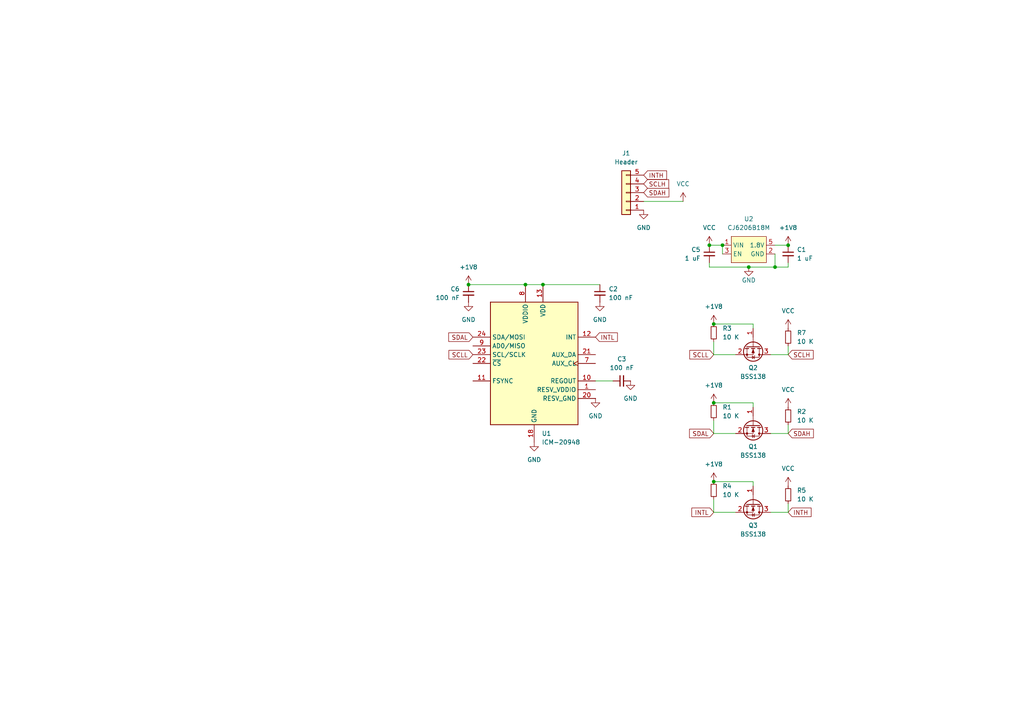
<source format=kicad_sch>
(kicad_sch (version 20231120) (generator "eeschema") (generator_version "8.0")
  (paper "A4")
  (lib_symbols
    (symbol "symbols:+1V8" (power) (pin_numbers hide) (pin_names (offset 0) hide)
      (property "Value" "+1V8" (at 0 3.556 0))
      (symbol "+1V8_0_1"
        (polyline (pts (xy -0.762 1.27) (xy 0 2.54)))
        (polyline (pts (xy 0 0) (xy 0 2.54)))
        (polyline (pts (xy 0 2.54) (xy 0.762 1.27)))
      )
      (symbol "+1V8_1_1"
        (pin power_in line (at 0 0 90) (length 0) (name "~") (number "1"))
      )
    )
    (symbol "symbols:BSS138" (pin_names hide)
      (property "Reference" "Q" (at 5.08 1.905 0))
      (property "Value" "BSS138" (at 5.08 0 0))
      (symbol "BSS138_0_1"
        (polyline (pts (xy 0.254 0) (xy -2.54 0)))
        (polyline (pts (xy 0.254 1.905) (xy 0.254 -1.905)) (stroke (width 0.254)))
        (polyline (pts (xy 0.762 -1.27) (xy 0.762 -2.286)) (stroke (width 0.254)))
        (polyline (pts (xy 0.762 0.508) (xy 0.762 -0.508)) (stroke (width 0.254)))
        (polyline (pts (xy 0.762 2.286) (xy 0.762 1.27)) (stroke (width 0.254)))
        (polyline (pts (xy 2.54 2.54) (xy 2.54 1.778)))
        (polyline (pts (xy 2.54 -2.54) (xy 2.54 0) (xy 0.762 0)))
        (polyline (pts (xy 0.762 -1.778) (xy 3.302 -1.778) (xy 3.302 1.778) (xy 0.762 1.778)))
        (polyline (pts (xy 1.016 0) (xy 2.032 0.381) (xy 2.032 -0.381) (xy 1.016 0)) (fill (type outline)))
        (polyline (pts (xy 2.794 0.508) (xy 2.921 0.381) (xy 3.683 0.381) (xy 3.81 0.254)))
        (polyline (pts (xy 3.302 0.381) (xy 2.921 -0.254) (xy 3.683 -0.254) (xy 3.302 0.381)))
        (circle (center 1.651 0) (radius 2.794) (stroke (width 0.254)))
        (circle (center 2.54 -1.778) (radius 0.254) (fill (type outline)))
        (circle (center 2.54 1.778) (radius 0.254) (fill (type outline)))
      )
      (symbol "BSS138_1_1"
        (pin input line (at -5.08 0 0) (length 2.54) (name "G") (number "1"))
        (pin passive line (at 2.54 -5.08 90) (length 2.54) (name "S") (number "2"))
        (pin passive line (at 2.54 5.08 270) (length 2.54) (name "D") (number "3"))
      )
    )
    (symbol "symbols:CJ6206B18M"
      (property "Reference" "U" (at 0 0 0))
      (property "Value" "CJ6206B18M" (at 0.254 -2.032 0))
      (symbol "CJ6206B18M_1_1"
        (rectangle (start -5.08 -3.81) (end 5.08 -11.43) (fill (type background)))
        (pin input line (at -7.62 -6.35 0) (length 2.54) (name "VIN") (number "1"))
        (pin input line (at 7.62 -8.89 180) (length 2.54) (name "GND") (number "2"))
        (pin input line (at -7.62 -8.89 0) (length 2.54) (name "EN") (number "3"))
        (pin input line (at 7.62 -6.35 180) (length 2.54) (name "1.8V") (number "5"))
      )
    )
    (symbol "symbols:C_Small" (pin_numbers hide) (pin_names (offset 0.254) hide)
      (property "Reference" "C" (at 0.254 1.778 0))
      (property "Value" "C_Small" (at 0.254 -2.032 0))
      (symbol "C_Small_0_1"
        (polyline (pts (xy -1.524 -0.508) (xy 1.524 -0.508)) (stroke (width 0.3302)))
        (polyline (pts (xy -1.524 0.508) (xy 1.524 0.508)) (stroke (width 0.3048)))
      )
      (symbol "C_Small_1_1"
        (pin passive line (at 0 2.54 270) (length 2.032) (name "~") (number "1"))
        (pin passive line (at 0 -2.54 90) (length 2.032) (name "~") (number "2"))
      )
    )
    (symbol "symbols:Conn_01x05" (pin_names (offset 1.016) hide)
      (property "Reference" "J" (at 0 7.62 0))
      (property "Value" "Conn_01x05" (at 0 -7.62 0))
      (symbol "Conn_01x05_1_1"
        (rectangle (start -1.27 -4.953) (end 0 -5.207) (stroke (width 0.1524)))
        (rectangle (start -1.27 -2.413) (end 0 -2.667) (stroke (width 0.1524)))
        (rectangle (start -1.27 0.127) (end 0 -0.127) (stroke (width 0.1524)))
        (rectangle (start -1.27 2.667) (end 0 2.413) (stroke (width 0.1524)))
        (rectangle (start -1.27 5.207) (end 0 4.953) (stroke (width 0.1524)))
        (rectangle (start -1.27 6.35) (end 1.27 -6.35) (stroke (width 0.254)) (fill (type background)))
        (pin passive line (at -5.08 5.08 0) (length 3.81) (name "Pin_1") (number "1"))
        (pin passive line (at -5.08 2.54 0) (length 3.81) (name "Pin_2") (number "2"))
        (pin passive line (at -5.08 0 0) (length 3.81) (name "Pin_3") (number "3"))
        (pin passive line (at -5.08 -2.54 0) (length 3.81) (name "Pin_4") (number "4"))
        (pin passive line (at -5.08 -5.08 0) (length 3.81) (name "Pin_5") (number "5"))
      )
    )
    (symbol "symbols:GND" (power) (pin_numbers hide) (pin_names (offset 0) hide)
      (property "Value" "GND" (at 0 -3.81 0))
      (symbol "GND_0_1"
        (polyline (pts (xy 0 0) (xy 0 -1.27) (xy 1.27 -1.27) (xy 0 -2.54) (xy -1.27 -1.27) (xy 0 -1.27)))
      )
      (symbol "GND_1_1"
        (pin power_in line (at 0 0 270) (length 0) (name "~") (number "1"))
      )
    )
    (symbol "symbols:MPU-9250"
      (property "Reference" "U" (at -11.43 19.05 0))
      (property "Value" "MPU-9250" (at 7.62 -19.05 0))
      (symbol "MPU-9250_0_1"
        (rectangle (start -12.7 17.78) (end 12.7 -17.78) (stroke (width 0.254)) (fill (type background)))
      )
      (symbol "MPU-9250_1_1"
        (pin input line (at 17.78 -7.62 180) (length 5.08) (name "RESV_VDDIO") (number "1"))
        (pin passive line (at 17.78 -5.08 180) (length 5.08) (name "REGOUT") (number "10"))
        (pin input line (at -17.78 -5.08 0) (length 5.08) (name "FSYNC") (number "11"))
        (pin output line (at 17.78 7.62 180) (length 5.08) (name "INT") (number "12"))
        (pin power_in line (at 2.54 22.86 270) (length 5.08) (name "VDD") (number "13"))
        (pin power_in line (at 0 -22.86 90) (length 5.08) (name "GND") (number "18"))
        (pin power_in line (at 17.78 -10.16 180) (length 5.08) (name "RESV_GND") (number "20"))
        (pin bidirectional line (at 17.78 2.54 180) (length 5.08) (name "AUX_DA") (number "21"))
        (pin input line (at -17.78 0 0) (length 5.08) (name "~{CS}") (number "22"))
        (pin input line (at -17.78 2.54 0) (length 5.08) (name "SCL/SCLK") (number "23"))
        (pin bidirectional line (at -17.78 7.62 0) (length 5.08) (name "SDA/MOSI") (number "24"))
        (pin output clock (at 17.78 0 180) (length 5.08) (name "AUX_CL") (number "7"))
        (pin power_in line (at -2.54 22.86 270) (length 5.08) (name "VDDIO") (number "8"))
        (pin bidirectional line (at -17.78 5.08 0) (length 5.08) (name "AD0/MISO") (number "9"))
      )
    )
    (symbol "symbols:R_Small" (pin_numbers hide) (pin_names (offset 0.254) hide)
      (property "Reference" "R" (at 0.762 0.508 0))
      (property "Value" "R_Small" (at 0.762 -1.016 0))
      (symbol "R_Small_0_1"
        (rectangle (start -0.762 1.778) (end 0.762 -1.778) (stroke (width 0.2032)))
      )
      (symbol "R_Small_1_1"
        (pin passive line (at 0 2.54 270) (length 0.762) (name "~") (number "1"))
        (pin passive line (at 0 -2.54 90) (length 0.762) (name "~") (number "2"))
      )
    )
    (symbol "symbols:VCC" (power) (pin_numbers hide) (pin_names (offset 0) hide)
      (property "Value" "VCC" (at 0 3.556 0))
      (symbol "VCC_0_1"
        (polyline (pts (xy -0.762 1.27) (xy 0 2.54)))
        (polyline (pts (xy 0 0) (xy 0 2.54)))
        (polyline (pts (xy 0 2.54) (xy 0.762 1.27)))
      )
      (symbol "VCC_1_1"
        (pin power_in line (at 0 0 90) (length 0) (name "~") (number "1"))
      )
    )
  )
  (junction (at 207.01 116.84))
  (junction (at 209.55 71.12))
  (junction (at 207.01 139.7))
  (junction (at 205.74 71.12))
  (junction (at 135.89 82.55))
  (junction (at 228.6 71.12))
  (junction (at 224.79 77.47))
  (junction (at 217.17 77.47))
  (junction (at 157.48 82.55))
  (junction (at 152.4 82.55))
  (junction (at 207.01 93.98))
  (wire (pts (xy 218.44 93.98) (xy 218.44 95.25)))
  (wire (pts (xy 218.44 116.84) (xy 207.01 116.84)))
  (wire (pts (xy 205.74 77.47) (xy 205.74 76.2)))
  (wire (pts (xy 205.74 71.12) (xy 209.55 71.12)))
  (wire (pts (xy 218.44 139.7) (xy 218.44 140.97)))
  (wire (pts (xy 224.79 77.47) (xy 228.6 77.47)))
  (wire (pts (xy 224.79 73.66) (xy 224.79 77.47)))
  (wire (pts (xy 228.6 125.73) (xy 228.6 123.19)))
  (wire (pts (xy 135.89 82.55) (xy 152.4 82.55)))
  (wire (pts (xy 157.48 82.55) (xy 173.99 82.55)))
  (wire (pts (xy 172.72 110.49) (xy 177.8 110.49)))
  (wire (pts (xy 207.01 99.06) (xy 207.01 102.87)))
  (wire (pts (xy 152.4 82.55) (xy 157.48 82.55)))
  (wire (pts (xy 228.6 102.87) (xy 228.6 100.33)))
  (wire (pts (xy 223.52 148.59) (xy 228.6 148.59)))
  (wire (pts (xy 207.01 125.73) (xy 213.36 125.73)))
  (wire (pts (xy 207.01 121.92) (xy 207.01 125.73)))
  (wire (pts (xy 207.01 144.78) (xy 207.01 148.59)))
  (wire (pts (xy 218.44 139.7) (xy 207.01 139.7)))
  (wire (pts (xy 186.69 58.42) (xy 198.12 58.42)))
  (wire (pts (xy 217.17 77.47) (xy 224.79 77.47)))
  (wire (pts (xy 228.6 77.47) (xy 228.6 76.2)))
  (wire (pts (xy 223.52 125.73) (xy 228.6 125.73)))
  (wire (pts (xy 228.6 148.59) (xy 228.6 146.05)))
  (wire (pts (xy 223.52 102.87) (xy 228.6 102.87)))
  (wire (pts (xy 207.01 148.59) (xy 213.36 148.59)))
  (wire (pts (xy 207.01 102.87) (xy 213.36 102.87)))
  (wire (pts (xy 218.44 116.84) (xy 218.44 118.11)))
  (wire (pts (xy 205.74 77.47) (xy 217.17 77.47)))
  (wire (pts (xy 224.79 71.12) (xy 228.6 71.12)))
  (wire (pts (xy 209.55 71.12) (xy 209.55 73.66)))
  (wire (pts (xy 218.44 93.98) (xy 207.01 93.98)))
  (global_label "SCLL" (shape input) (at 137.16 102.87 180) (property "Intersheetrefs" "${INTERSHEET_REFS}" (effects (hide yes))))
  (global_label "INTL" (shape input) (at 207.01 148.59 180) (property "Intersheetrefs" "${INTERSHEET_REFS}" (effects (hide yes))))
  (global_label "SDAL" (shape input) (at 207.01 125.73 180) (property "Intersheetrefs" "${INTERSHEET_REFS}" (effects (hide yes))))
  (global_label "INTH" (shape input) (at 228.6 148.59 0) (property "Intersheetrefs" "${INTERSHEET_REFS}" (effects (hide yes))))
  (global_label "SCLH" (shape input) (at 186.69 53.34 0) (property "Intersheetrefs" "${INTERSHEET_REFS}" (effects (hide yes))))
  (global_label "SDAL" (shape input) (at 137.16 97.79 180) (property "Intersheetrefs" "${INTERSHEET_REFS}" (effects (hide yes))))
  (global_label "SCLH" (shape input) (at 228.6 102.87 0) (property "Intersheetrefs" "${INTERSHEET_REFS}" (effects (hide yes))))
  (global_label "SCLL" (shape input) (at 207.01 102.87 180) (property "Intersheetrefs" "${INTERSHEET_REFS}" (effects (hide yes))))
  (global_label "INTL" (shape input) (at 172.72 97.79 0) (property "Intersheetrefs" "${INTERSHEET_REFS}" (effects (hide yes))))
  (global_label "SDAH" (shape input) (at 186.69 55.88 0) (property "Intersheetrefs" "${INTERSHEET_REFS}" (effects (hide yes))))
  (global_label "SDAH" (shape input) (at 228.6 125.73 0) (property "Intersheetrefs" "${INTERSHEET_REFS}" (effects (hide yes))))
  (global_label "INTH" (shape input) (at 186.69 50.8 0) (property "Intersheetrefs" "${INTERSHEET_REFS}" (effects (hide yes))))
  (symbol (lib_id "symbols:C_Small") (at 180.34 110.49 90) (unit 1)
    (property "Reference" "C3" (at 180.3463 104.14 90))
    (property "Value" "100 nF" (at 180.3463 106.68 90))
    (property "Footprint" "Capacitor_SMD:C_0402_1005Metric" (effects (hide yes)))
    (property "Description" "Unpolarized capacitor, small symbol" (effects (hide yes)))
    (property "LCSC" "C1525" (effects (hide yes)))
  )
  (symbol (lib_id "symbols:GND") (at 172.72 115.57 0) (unit 1)
    (property "Reference" "#PWR07" (effects (hide yes)))
    (property "Value" "GND" (at 172.72 120.65 0))
    (property "Description" "Power symbol creates a global label with name \"GND\" , ground" (effects (hide yes)))
  )
  (symbol (lib_id "symbols:GND") (at 182.88 110.49 0) (unit 1)
    (property "Reference" "#PWR03" (effects (hide yes)))
    (property "Value" "GND" (at 182.88 115.57 0))
    (property "Description" "Power symbol creates a global label with name \"GND\" , ground" (effects (hide yes)))
  )
  (symbol (lib_id "symbols:GND") (at 135.89 87.63 0) (unit 1)
    (property "Reference" "#PWR05" (effects (hide yes)))
    (property "Value" "GND" (at 135.89 92.71 0))
    (property "Description" "Power symbol creates a global label with name \"GND\" , ground" (effects (hide yes)))
  )
  (symbol (lib_id "symbols:VCC") (at 205.74 71.12 0) (unit 1)
    (property "Reference" "#PWR012" (effects (hide yes)))
    (property "Value" "VCC" (at 205.74 66.04 0))
    (property "Description" "Power symbol creates a global label with name \"VCC\"" (effects (hide yes)))
  )
  (symbol (lib_id "symbols:CJ6206B18M") (at 217.17 64.77 0) (unit 1)
    (property "Reference" "U2" (at 217.17 63.5 0))
    (property "Value" "CJ6206B18M" (at 217.17 66.04 0))
    (property "Footprint" "Package_TO_SOT_SMD:SOT-23-5" (effects (hide yes)))
    (property "LCSC" "C2829375" (effects (hide yes)))
  )
  (symbol (lib_id "symbols:R_Small") (at 207.01 96.52 0) (unit 1)
    (property "Reference" "R3" (at 209.55 95.2499 0) (effects (justify left)))
    (property "Value" "10 K" (at 209.55 97.7899 0) (effects (justify left)))
    (property "Footprint" "Resistor_SMD:R_0402_1005Metric" (effects (hide yes)))
    (property "Description" "Resistor, small symbol" (effects (hide yes)))
    (property "LCSC" "C25077" (effects (hide yes)))
  )
  (symbol (lib_id "symbols:BSS138") (at 218.44 123.19 270) (unit 1)
    (property "Reference" "Q1" (at 218.44 129.54 90))
    (property "Value" "BSS138" (at 218.44 132.08 90))
    (property "Footprint" "Package_TO_SOT_SMD:SOT-23" (effects (hide yes)))
    (property "Datasheet" "https://www.onsemi.com/pub/Collateral/BSS138-D.PDF" (effects (hide yes)))
    (property "Description" "50V Vds, 0.22A Id, N-Channel MOSFET, SOT-23" (effects (hide yes)))
    (property "LCSC" "C5224268" (effects (hide yes)))
  )
  (symbol (lib_id "symbols:MPU-9250") (at 154.94 105.41 0) (unit 1)
    (property "Reference" "U1" (at 157.1341 125.73 0) (effects (justify left)))
    (property "Value" "ICM-20948" (at 157.1341 128.27 0) (effects (justify left)))
    (property "Footprint" "Sensor_Motion:InvenSense_QFN-24_3x3mm_P0.4mm" (effects (hide yes)))
    (property "Datasheet" "https://invensense.tdk.com/wp-content/uploads/2015/02/PS-MPU-9250A-01-v1.1.pdf" (effects (hide yes)))
    (property "Description" "InvenSense 9-Axis Motion Sensor, Accelerometer, Gyroscope, Compass, I2C/SPI" (effects (hide yes)))
    (property "LCSC" "C726001" (effects (hide yes)))
  )
  (symbol (lib_id "symbols:VCC") (at 228.6 140.97 0) (unit 1)
    (property "Reference" "#PWR015" (effects (hide yes)))
    (property "Value" "VCC" (at 228.6 135.89 0))
    (property "Description" "Power symbol creates a global label with name \"VCC\"" (effects (hide yes)))
  )
  (symbol (lib_id "symbols:R_Small") (at 207.01 142.24 0) (unit 1)
    (property "Reference" "R4" (at 209.55 140.9699 0) (effects (justify left)))
    (property "Value" "10 K" (at 209.55 143.5099 0) (effects (justify left)))
    (property "Footprint" "Resistor_SMD:R_0402_1005Metric" (effects (hide yes)))
    (property "Description" "Resistor, small symbol" (effects (hide yes)))
    (property "LCSC" "C25077" (effects (hide yes)))
  )
  (symbol (lib_id "symbols:VCC") (at 228.6 95.25 0) (unit 1)
    (property "Reference" "#PWR011" (effects (hide yes)))
    (property "Value" "VCC" (at 228.6 90.17 0))
    (property "Description" "Power symbol creates a global label with name \"VCC\"" (effects (hide yes)))
  )
  (symbol (lib_id "symbols:GND") (at 217.17 77.47 0) (unit 1)
    (property "Reference" "#PWR014" (effects (hide yes)))
    (property "Value" "GND" (at 217.17 81.28 0))
    (property "Description" "Power symbol creates a global label with name \"GND\" , ground" (effects (hide yes)))
  )
  (symbol (lib_id "symbols:R_Small") (at 228.6 97.79 0) (unit 1)
    (property "Reference" "R7" (at 231.14 96.5199 0) (effects (justify left)))
    (property "Value" "10 K" (at 231.14 99.0599 0) (effects (justify left)))
    (property "Footprint" "Resistor_SMD:R_0402_1005Metric" (effects (hide yes)))
    (property "Description" "Resistor, small symbol" (effects (hide yes)))
    (property "LCSC" "C25077" (effects (hide yes)))
  )
  (symbol (lib_id "symbols:Conn_01x05") (at 181.61 55.88 180) (unit 1)
    (property "Reference" "J1" (at 181.61 44.45 0))
    (property "Value" "Header" (at 181.61 46.99 0))
    (property "Footprint" "Connector_PinHeader_2.54mm:PinHeader_1x05_P2.54mm_Vertical" (effects (hide yes)))
    (property "Description" "Generic connector, single row, 01x05, script generated (kicad-library-utils/schlib/autogen/connector/)" (effects (hide yes)))
  )
  (symbol (lib_id "symbols:GND") (at 173.99 87.63 0) (unit 1)
    (property "Reference" "#PWR01" (effects (hide yes)))
    (property "Value" "GND" (at 173.99 92.71 0))
    (property "Description" "Power symbol creates a global label with name \"GND\" , ground" (effects (hide yes)))
  )
  (symbol (lib_id "symbols:BSS138") (at 218.44 146.05 270) (unit 1)
    (property "Reference" "Q3" (at 218.44 152.4 90))
    (property "Value" "BSS138" (at 218.44 154.94 90))
    (property "Footprint" "Package_TO_SOT_SMD:SOT-23" (effects (hide yes)))
    (property "Datasheet" "https://www.onsemi.com/pub/Collateral/BSS138-D.PDF" (effects (hide yes)))
    (property "Description" "50V Vds, 0.22A Id, N-Channel MOSFET, SOT-23" (effects (hide yes)))
    (property "LCSC" "C5224268" (effects (hide yes)))
  )
  (symbol (lib_id "symbols:GND") (at 154.94 128.27 0) (unit 1)
    (property "Reference" "#PWR06" (effects (hide yes)))
    (property "Value" "GND" (at 154.94 133.35 0))
    (property "Description" "Power symbol creates a global label with name \"GND\" , ground" (effects (hide yes)))
  )
  (symbol (lib_id "symbols:C_Small") (at 173.99 85.09 0) (unit 1)
    (property "Reference" "C2" (at 176.53 83.8262 0) (effects (justify left)))
    (property "Value" "100 nF" (at 176.53 86.3662 0) (effects (justify left)))
    (property "Footprint" "Capacitor_SMD:C_0402_1005Metric" (effects (hide yes)))
    (property "Description" "Unpolarized capacitor, small symbol" (effects (hide yes)))
    (property "LCSC" "C1525" (effects (hide yes)))
  )
  (symbol (lib_id "symbols:C_Small") (at 205.74 73.66 0) (unit 1)
    (property "Reference" "C5" (at 203.2 72.3962 0) (effects (justify right)))
    (property "Value" "1 uF" (at 203.2 74.9362 0) (effects (justify right)))
    (property "Footprint" "Capacitor_SMD:C_0402_1005Metric" (effects (hide yes)))
    (property "Description" "Unpolarized capacitor, small symbol" (effects (hide yes)))
    (property "LCSC" "C15849" (effects (hide yes)))
  )
  (symbol (lib_id "symbols:R_Small") (at 228.6 143.51 0) (unit 1)
    (property "Reference" "R5" (at 231.14 142.2399 0) (effects (justify left)))
    (property "Value" "10 K" (at 231.14 144.7799 0) (effects (justify left)))
    (property "Footprint" "Resistor_SMD:R_0402_1005Metric" (effects (hide yes)))
    (property "Description" "Resistor, small symbol" (effects (hide yes)))
    (property "LCSC" "C25077" (effects (hide yes)))
  )
  (symbol (lib_id "symbols:+1V8") (at 207.01 93.98 0) (unit 1)
    (property "Reference" "#PWR010" (effects (hide yes)))
    (property "Value" "+1V8" (at 207.01 88.9 0))
    (property "Description" "Power symbol creates a global label with name \"+1V8\"" (effects (hide yes)))
  )
  (symbol (lib_id "symbols:VCC") (at 228.6 118.11 0) (unit 1)
    (property "Reference" "#PWR09" (effects (hide yes)))
    (property "Value" "VCC" (at 228.6 113.03 0))
    (property "Description" "Power symbol creates a global label with name \"VCC\"" (effects (hide yes)))
  )
  (symbol (lib_id "symbols:R_Small") (at 228.6 120.65 0) (unit 1)
    (property "Reference" "R2" (at 231.14 119.3799 0) (effects (justify left)))
    (property "Value" "10 K" (at 231.14 121.9199 0) (effects (justify left)))
    (property "Footprint" "Resistor_SMD:R_0402_1005Metric" (effects (hide yes)))
    (property "Description" "Resistor, small symbol" (effects (hide yes)))
    (property "LCSC" "C25077" (effects (hide yes)))
  )
  (symbol (lib_id "symbols:C_Small") (at 135.89 85.09 0) (unit 1)
    (property "Reference" "C6" (at 133.35 83.8262 0) (effects (justify right)))
    (property "Value" "100 nF" (at 133.35 86.3662 0) (effects (justify right)))
    (property "Footprint" "Capacitor_SMD:C_0402_1005Metric" (effects (hide yes)))
    (property "Description" "Unpolarized capacitor, small symbol" (effects (hide yes)))
    (property "LCSC" "C1525" (effects (hide yes)))
  )
  (symbol (lib_id "symbols:R_Small") (at 207.01 119.38 0) (unit 1)
    (property "Reference" "R1" (at 209.55 118.1099 0) (effects (justify left)))
    (property "Value" "10 K" (at 209.55 120.6499 0) (effects (justify left)))
    (property "Footprint" "Resistor_SMD:R_0402_1005Metric" (effects (hide yes)))
    (property "Description" "Resistor, small symbol" (effects (hide yes)))
    (property "LCSC" "C25077" (effects (hide yes)))
  )
  (symbol (lib_id "symbols:+1V8") (at 207.01 139.7 0) (unit 1)
    (property "Reference" "#PWR02" (effects (hide yes)))
    (property "Value" "+1V8" (at 207.01 134.62 0))
    (property "Description" "Power symbol creates a global label with name \"+1V8\"" (effects (hide yes)))
  )
  (symbol (lib_id "symbols:+1V8") (at 135.89 82.55 0) (unit 1)
    (property "Reference" "#PWR04" (effects (hide yes)))
    (property "Value" "+1V8" (at 135.89 77.47 0))
    (property "Description" "Power symbol creates a global label with name \"+1V8\"" (effects (hide yes)))
  )
  (symbol (lib_id "symbols:+1V8") (at 207.01 116.84 0) (unit 1)
    (property "Reference" "#PWR08" (effects (hide yes)))
    (property "Value" "+1V8" (at 207.01 111.76 0))
    (property "Description" "Power symbol creates a global label with name \"+1V8\"" (effects (hide yes)))
  )
  (symbol (lib_id "symbols:GND") (at 186.69 60.96 0) (unit 1)
    (property "Reference" "#PWR017" (effects (hide yes)))
    (property "Value" "GND" (at 186.69 66.04 0))
    (property "Description" "Power symbol creates a global label with name \"GND\" , ground" (effects (hide yes)))
  )
  (symbol (lib_id "symbols:C_Small") (at 228.6 73.66 0) (unit 1)
    (property "Reference" "C1" (at 231.14 72.3962 0) (effects (justify left)))
    (property "Value" "1 uF" (at 231.14 74.9362 0) (effects (justify left)))
    (property "Footprint" "Capacitor_SMD:C_0402_1005Metric" (effects (hide yes)))
    (property "Description" "Unpolarized capacitor, small symbol" (effects (hide yes)))
    (property "LCSC" "C15849" (effects (hide yes)))
  )
  (symbol (lib_id "symbols:+1V8") (at 228.6 71.12 0) (unit 1)
    (property "Reference" "#PWR013" (effects (hide yes)))
    (property "Value" "+1V8" (at 228.6 66.04 0))
    (property "Description" "Power symbol creates a global label with name \"+1V8\"" (effects (hide yes)))
  )
  (symbol (lib_id "symbols:BSS138") (at 218.44 100.33 270) (unit 1)
    (property "Reference" "Q2" (at 218.44 106.68 90))
    (property "Value" "BSS138" (at 218.44 109.22 90))
    (property "Footprint" "Package_TO_SOT_SMD:SOT-23" (effects (hide yes)))
    (property "Datasheet" "https://www.onsemi.com/pub/Collateral/BSS138-D.PDF" (effects (hide yes)))
    (property "Description" "50V Vds, 0.22A Id, N-Channel MOSFET, SOT-23" (effects (hide yes)))
    (property "LCSC" "C5224268" (effects (hide yes)))
  )
  (symbol (lib_id "symbols:VCC") (at 198.12 58.42 0) (unit 1)
    (property "Reference" "#PWR016" (effects (hide yes)))
    (property "Value" "VCC" (at 198.12 53.34 0))
    (property "Description" "Power symbol creates a global label with name \"VCC\"" (effects (hide yes)))
  )
)
</source>
